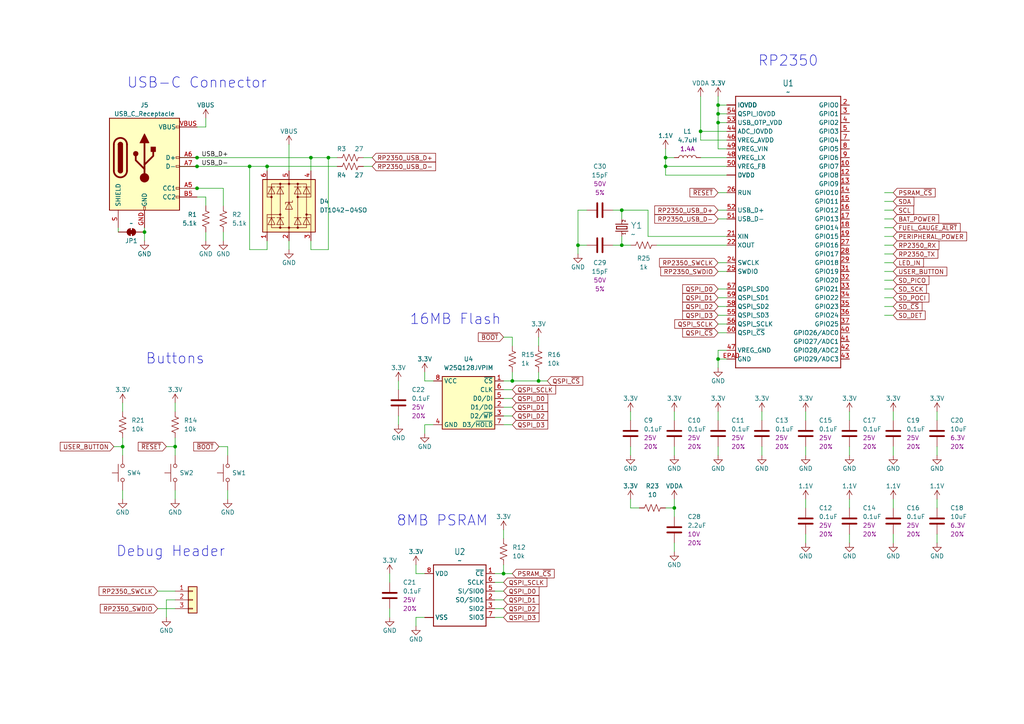
<source format=kicad_sch>
(kicad_sch (version 20231120) (generator "eeschema") (generator_version "8.0")
  (paper "A4")
  (junction (at 203.2 38.1))
  (junction (at 180.34 60.96))
  (junction (at 148.59 110.49))
  (junction (at 41.91 67.31))
  (junction (at 156.21 110.49))
  (junction (at 167.64 71.12))
  (junction (at 195.58 147.32))
  (junction (at 57.15 54.61))
  (junction (at 193.04 45.72))
  (junction (at 208.28 35.56))
  (junction (at 193.04 48.26))
  (junction (at 95.25 45.72))
  (junction (at 35.56 129.54))
  (junction (at 208.28 33.02))
  (junction (at 57.15 48.26))
  (junction (at 146.05 166.37))
  (junction (at 208.28 30.48))
  (junction (at 72.39 48.26))
  (junction (at 57.15 45.72))
  (junction (at 77.47 48.26))
  (junction (at 90.17 45.72))
  (junction (at 50.8 129.54))
  (junction (at 208.28 104.14))
  (junction (at 180.34 71.12))
  (wire (pts (xy 259.08 144.78) (xy 259.08 147.32)))
  (wire (pts (xy 170.18 71.12) (xy 167.64 71.12)))
  (wire (pts (xy 210.82 104.14) (xy 208.28 104.14)))
  (wire (pts (xy 57.15 57.15) (xy 59.69 57.15)))
  (wire (pts (xy 271.78 154.94) (xy 271.78 157.48)))
  (wire (pts (xy 95.25 45.72) (xy 95.25 72.39)))
  (wire (pts (xy 259.08 73.66) (xy 256.54 73.66)))
  (wire (pts (xy 120.65 166.37) (xy 120.65 163.83)))
  (wire (pts (xy 193.04 45.72) (xy 193.04 48.26)))
  (wire (pts (xy 148.59 113.03) (xy 146.05 113.03)))
  (wire (pts (xy 148.59 107.95) (xy 148.59 110.49)))
  (wire (pts (xy 180.34 71.12) (xy 182.88 71.12)))
  (wire (pts (xy 220.98 129.54) (xy 220.98 132.08)))
  (wire (pts (xy 156.21 110.49) (xy 148.59 110.49)))
  (wire (pts (xy 90.17 45.72) (xy 95.25 45.72)))
  (wire (pts (xy 33.02 129.54) (xy 35.56 129.54)))
  (wire (pts (xy 259.08 88.9) (xy 256.54 88.9)))
  (wire (pts (xy 59.69 67.31) (xy 59.69 69.85)))
  (wire (pts (xy 246.38 144.78) (xy 246.38 147.32)))
  (wire (pts (xy 208.28 91.44) (xy 210.82 91.44)))
  (wire (pts (xy 195.58 147.32) (xy 195.58 149.86)))
  (wire (pts (xy 210.82 50.8) (xy 193.04 50.8)))
  (wire (pts (xy 208.28 33.02) (xy 208.28 30.48)))
  (wire (pts (xy 259.08 154.94) (xy 259.08 157.48)))
  (wire (pts (xy 107.95 48.26) (xy 105.41 48.26)))
  (wire (pts (xy 35.56 144.78) (xy 35.56 142.24)))
  (wire (pts (xy 77.47 48.26) (xy 97.79 48.26)))
  (wire (pts (xy 52.07 45.72) (xy 57.15 45.72)))
  (wire (pts (xy 208.28 93.98) (xy 210.82 93.98)))
  (wire (pts (xy 271.78 144.78) (xy 271.78 147.32)))
  (wire (pts (xy 208.28 60.96) (xy 210.82 60.96)))
  (wire (pts (xy 59.69 36.83) (xy 59.69 34.29)))
  (wire (pts (xy 83.82 41.91) (xy 83.82 49.53)))
  (wire (pts (xy 148.59 120.65) (xy 146.05 120.65)))
  (wire (pts (xy 146.05 168.91) (xy 143.51 168.91)))
  (wire (pts (xy 146.05 153.67) (xy 146.05 156.21)))
  (wire (pts (xy 208.28 86.36) (xy 210.82 86.36)))
  (wire (pts (xy 57.15 36.83) (xy 59.69 36.83)))
  (wire (pts (xy 210.82 30.48) (xy 208.28 30.48)))
  (wire (pts (xy 259.08 71.12) (xy 256.54 71.12)))
  (wire (pts (xy 180.34 68.58) (xy 180.34 71.12)))
  (wire (pts (xy 146.05 176.53) (xy 143.51 176.53)))
  (wire (pts (xy 182.88 147.32) (xy 182.88 144.78)))
  (wire (pts (xy 259.08 76.2) (xy 256.54 76.2)))
  (wire (pts (xy 113.03 166.37) (xy 113.03 168.91)))
  (wire (pts (xy 148.59 110.49) (xy 146.05 110.49)))
  (wire (pts (xy 259.08 81.28) (xy 256.54 81.28)))
  (wire (pts (xy 187.96 68.58) (xy 187.96 60.96)))
  (wire (pts (xy 259.08 58.42) (xy 256.54 58.42)))
  (wire (pts (xy 208.28 76.2) (xy 210.82 76.2)))
  (wire (pts (xy 208.28 35.56) (xy 208.28 33.02)))
  (wire (pts (xy 193.04 48.26) (xy 210.82 48.26)))
  (wire (pts (xy 125.73 110.49) (xy 123.19 110.49)))
  (wire (pts (xy 45.72 171.45) (xy 50.8 171.45)))
  (wire (pts (xy 90.17 72.39) (xy 95.25 72.39)))
  (wire (pts (xy 259.08 66.04) (xy 256.54 66.04)))
  (wire (pts (xy 45.72 176.53) (xy 50.8 176.53)))
  (wire (pts (xy 146.05 166.37) (xy 143.51 166.37)))
  (wire (pts (xy 107.95 45.72) (xy 105.41 45.72)))
  (wire (pts (xy 208.28 101.6) (xy 208.28 104.14)))
  (wire (pts (xy 35.56 129.54) (xy 35.56 132.08)))
  (wire (pts (xy 48.26 129.54) (xy 50.8 129.54)))
  (wire (pts (xy 146.05 179.07) (xy 143.51 179.07)))
  (wire (pts (xy 190.5 71.12) (xy 210.82 71.12)))
  (wire (pts (xy 120.65 179.07) (xy 120.65 181.61)))
  (wire (pts (xy 64.77 67.31) (xy 64.77 69.85)))
  (wire (pts (xy 35.56 116.84) (xy 35.56 119.38)))
  (wire (pts (xy 41.91 66.04) (xy 41.91 67.31)))
  (wire (pts (xy 83.82 69.85) (xy 83.82 72.39)))
  (wire (pts (xy 167.64 71.12) (xy 167.64 73.66)))
  (wire (pts (xy 158.75 110.49) (xy 156.21 110.49)))
  (wire (pts (xy 195.58 45.72) (xy 193.04 45.72)))
  (wire (pts (xy 177.8 60.96) (xy 180.34 60.96)))
  (wire (pts (xy 77.47 69.85) (xy 77.47 72.39)))
  (wire (pts (xy 210.82 40.64) (xy 203.2 40.64)))
  (wire (pts (xy 246.38 129.54) (xy 246.38 132.08)))
  (wire (pts (xy 77.47 72.39) (xy 72.39 72.39)))
  (wire (pts (xy 210.82 101.6) (xy 208.28 101.6)))
  (wire (pts (xy 233.68 144.78) (xy 233.68 147.32)))
  (wire (pts (xy 187.96 60.96) (xy 180.34 60.96)))
  (wire (pts (xy 146.05 173.99) (xy 143.51 173.99)))
  (wire (pts (xy 182.88 129.54) (xy 182.88 132.08)))
  (wire (pts (xy 208.28 55.88) (xy 210.82 55.88)))
  (wire (pts (xy 259.08 68.58) (xy 256.54 68.58)))
  (wire (pts (xy 233.68 154.94) (xy 233.68 157.48)))
  (wire (pts (xy 208.28 30.48) (xy 208.28 27.94)))
  (wire (pts (xy 246.38 154.94) (xy 246.38 157.48)))
  (wire (pts (xy 210.82 43.18) (xy 208.28 43.18)))
  (wire (pts (xy 203.2 45.72) (xy 210.82 45.72)))
  (wire (pts (xy 123.19 110.49) (xy 123.19 107.95)))
  (wire (pts (xy 246.38 119.38) (xy 246.38 121.92)))
  (wire (pts (xy 48.26 173.99) (xy 48.26 179.07)))
  (wire (pts (xy 259.08 129.54) (xy 259.08 132.08)))
  (wire (pts (xy 146.05 97.79) (xy 148.59 97.79)))
  (wire (pts (xy 77.47 48.26) (xy 77.47 49.53)))
  (wire (pts (xy 208.28 88.9) (xy 210.82 88.9)))
  (wire (pts (xy 115.57 110.49) (xy 115.57 113.03)))
  (wire (pts (xy 90.17 72.39) (xy 90.17 69.85)))
  (wire (pts (xy 208.28 119.38) (xy 208.28 121.92)))
  (wire (pts (xy 271.78 129.54) (xy 271.78 132.08)))
  (wire (pts (xy 208.28 104.14) (xy 208.28 106.68)))
  (wire (pts (xy 203.2 40.64) (xy 203.2 38.1)))
  (wire (pts (xy 208.28 96.52) (xy 210.82 96.52)))
  (wire (pts (xy 208.28 78.74) (xy 210.82 78.74)))
  (wire (pts (xy 95.25 45.72) (xy 97.79 45.72)))
  (wire (pts (xy 210.82 68.58) (xy 187.96 68.58)))
  (wire (pts (xy 210.82 33.02) (xy 208.28 33.02)))
  (wire (pts (xy 220.98 119.38) (xy 220.98 121.92)))
  (wire (pts (xy 259.08 60.96) (xy 256.54 60.96)))
  (wire (pts (xy 57.15 45.72) (xy 90.17 45.72)))
  (wire (pts (xy 193.04 43.18) (xy 193.04 45.72)))
  (wire (pts (xy 125.73 123.19) (xy 123.19 123.19)))
  (wire (pts (xy 59.69 57.15) (xy 59.69 59.69)))
  (wire (pts (xy 193.04 147.32) (xy 195.58 147.32)))
  (wire (pts (xy 148.59 118.11) (xy 146.05 118.11)))
  (wire (pts (xy 208.28 129.54) (xy 208.28 132.08)))
  (wire (pts (xy 123.19 179.07) (xy 120.65 179.07)))
  (wire (pts (xy 193.04 50.8) (xy 193.04 48.26)))
  (wire (pts (xy 52.07 48.26) (xy 57.15 48.26)))
  (wire (pts (xy 203.2 38.1) (xy 210.82 38.1)))
  (wire (pts (xy 177.8 71.12) (xy 180.34 71.12)))
  (wire (pts (xy 63.5 129.54) (xy 66.04 129.54)))
  (wire (pts (xy 52.07 54.61) (xy 57.15 54.61)))
  (wire (pts (xy 170.18 60.96) (xy 167.64 60.96)))
  (wire (pts (xy 195.58 129.54) (xy 195.58 132.08)))
  (wire (pts (xy 259.08 91.44) (xy 256.54 91.44)))
  (wire (pts (xy 148.59 166.37) (xy 146.05 166.37)))
  (wire (pts (xy 90.17 45.72) (xy 90.17 49.53)))
  (wire (pts (xy 156.21 97.79) (xy 156.21 100.33)))
  (wire (pts (xy 146.05 163.83) (xy 146.05 166.37)))
  (wire (pts (xy 195.58 157.48) (xy 195.58 160.02)))
  (wire (pts (xy 50.8 129.54) (xy 50.8 132.08)))
  (wire (pts (xy 185.42 147.32) (xy 182.88 147.32)))
  (wire (pts (xy 123.19 166.37) (xy 120.65 166.37)))
  (wire (pts (xy 57.15 54.61) (xy 64.77 54.61)))
  (wire (pts (xy 195.58 144.78) (xy 195.58 147.32)))
  (wire (pts (xy 57.15 48.26) (xy 72.39 48.26)))
  (wire (pts (xy 210.82 35.56) (xy 208.28 35.56)))
  (wire (pts (xy 113.03 176.53) (xy 113.03 179.07)))
  (wire (pts (xy 115.57 120.65) (xy 115.57 123.19)))
  (wire (pts (xy 156.21 107.95) (xy 156.21 110.49)))
  (wire (pts (xy 259.08 55.88) (xy 256.54 55.88)))
  (wire (pts (xy 182.88 119.38) (xy 182.88 121.92)))
  (wire (pts (xy 203.2 38.1) (xy 203.2 27.94)))
  (wire (pts (xy 50.8 142.24) (xy 50.8 144.78)))
  (wire (pts (xy 233.68 119.38) (xy 233.68 121.92)))
  (wire (pts (xy 64.77 54.61) (xy 64.77 59.69)))
  (wire (pts (xy 123.19 123.19) (xy 123.19 125.73)))
  (wire (pts (xy 259.08 119.38) (xy 259.08 121.92)))
  (wire (pts (xy 66.04 129.54) (xy 66.04 132.08)))
  (wire (pts (xy 72.39 48.26) (xy 72.39 72.39)))
  (wire (pts (xy 148.59 115.57) (xy 146.05 115.57)))
  (wire (pts (xy 41.91 67.31) (xy 41.91 69.85)))
  (wire (pts (xy 72.39 48.26) (xy 77.47 48.26)))
  (wire (pts (xy 146.05 171.45) (xy 143.51 171.45)))
  (wire (pts (xy 148.59 123.19) (xy 146.05 123.19)))
  (wire (pts (xy 148.59 97.79) (xy 148.59 100.33)))
  (wire (pts (xy 208.28 83.82) (xy 210.82 83.82)))
  (wire (pts (xy 259.08 86.36) (xy 256.54 86.36)))
  (wire (pts (xy 50.8 173.99) (xy 48.26 173.99)))
  (wire (pts (xy 233.68 129.54) (xy 233.68 132.08)))
  (wire (pts (xy 208.28 43.18) (xy 208.28 35.56)))
  (wire (pts (xy 271.78 119.38) (xy 271.78 121.92)))
  (wire (pts (xy 259.08 78.74) (xy 256.54 78.74)))
  (wire (pts (xy 34.29 66.04) (xy 34.29 67.31)))
  (wire (pts (xy 208.28 63.5) (xy 210.82 63.5)))
  (wire (pts (xy 35.56 127) (xy 35.56 129.54)))
  (wire (pts (xy 50.8 127) (xy 50.8 129.54)))
  (wire (pts (xy 66.04 142.24) (xy 66.04 144.78)))
  (wire (pts (xy 195.58 119.38) (xy 195.58 121.92)))
  (wire (pts (xy 180.34 60.96) (xy 180.34 63.5)))
  (wire (pts (xy 259.08 83.82) (xy 256.54 83.82)))
  (wire (pts (xy 167.64 60.96) (xy 167.64 71.12)))
  (wire (pts (xy 259.08 63.5) (xy 256.54 63.5)))
  (wire (pts (xy 50.8 116.84) (xy 50.8 119.38)))
  (text "16MB Flash" (at 132.08 92.71 0) (effects (font (size 3 3))))
  (text "RP2350" (at 228.6 17.78 0) (effects (font (size 3 3))))
  (text "Buttons" (at 50.8 104.14 0) (effects (font (size 3 3))))
  (text "8MB PSRAM" (at 128.27 151.13 0) (effects (font (size 3 3))))
  (text "USB-C Connector" (at 57.15 24.13 0) (effects (font (size 3 3))))
  (text "Debug Header" (at 49.53 160.02 0) (effects (font (size 3 3))))
  (label "USB_D+" (at 58.42 45.72 0))
  (label "USB_D-" (at 58.42 48.26 0))
  (global_label "~{BOOT}" (shape input) (at 63.5 129.54 180) (property "Intersheetrefs" "${INTERSHEET_REFS}" (effects (hide yes))))
  (global_label "SD_DET" (shape input) (at 259.08 91.44 0) (property "Intersheetrefs" "${INTERSHEET_REFS}" (effects (hide yes))))
  (global_label "RP2350_USB_D-" (shape input) (at 107.95 48.26 0) (property "Intersheetrefs" "${INTERSHEET_REFS}" (effects (hide yes))))
  (global_label "SD_PICO" (shape input) (at 259.08 81.28 0) (property "Intersheetrefs" "${INTERSHEET_REFS}" (effects (hide yes))))
  (global_label "QSPI_D0" (shape input) (at 146.05 171.45 0) (property "Intersheetrefs" "${INTERSHEET_REFS}" (effects (hide yes))))
  (global_label "QSPI_D1" (shape input) (at 208.28 86.36 180) (property "Intersheetrefs" "${INTERSHEET_REFS}" (effects (hide yes))))
  (global_label "QSPI_~{CS}" (shape input) (at 158.75 110.49 0) (property "Intersheetrefs" "${INTERSHEET_REFS}" (effects (hide yes))))
  (global_label "QSPI_D3" (shape input) (at 208.28 91.44 180) (property "Intersheetrefs" "${INTERSHEET_REFS}" (effects (hide yes))))
  (global_label "SD_POCI" (shape input) (at 259.08 86.36 0) (property "Intersheetrefs" "${INTERSHEET_REFS}" (effects (hide yes))))
  (global_label "RP2350_TX" (shape input) (at 259.08 73.66 0) (property "Intersheetrefs" "${INTERSHEET_REFS}" (effects (hide yes))))
  (global_label "QSPI_D2" (shape input) (at 148.59 120.65 0) (property "Intersheetrefs" "${INTERSHEET_REFS}" (effects (hide yes))))
  (global_label "USER_BUTTON" (shape input) (at 33.02 129.54 180) (property "Intersheetrefs" "${INTERSHEET_REFS}" (effects (hide yes))))
  (global_label "BAT_POWER" (shape input) (at 259.08 63.5 0) (property "Intersheetrefs" "${INTERSHEET_REFS}" (effects (hide yes))))
  (global_label "LED_IN" (shape input) (at 259.08 76.2 0) (property "Intersheetrefs" "${INTERSHEET_REFS}" (effects (hide yes))))
  (global_label "RP2350_SWCLK" (shape input) (at 45.72 171.45 180) (property "Intersheetrefs" "${INTERSHEET_REFS}" (effects (hide yes))))
  (global_label "~{RESET}" (shape input) (at 208.28 55.88 180) (property "Intersheetrefs" "${INTERSHEET_REFS}" (effects (hide yes))))
  (global_label "RP2350_SWDIO" (shape input) (at 45.72 176.53 180) (property "Intersheetrefs" "${INTERSHEET_REFS}" (effects (hide yes))))
  (global_label "QSPI_D2" (shape input) (at 146.05 176.53 0) (property "Intersheetrefs" "${INTERSHEET_REFS}" (effects (hide yes))))
  (global_label "QSPI_D1" (shape input) (at 146.05 173.99 0) (property "Intersheetrefs" "${INTERSHEET_REFS}" (effects (hide yes))))
  (global_label "PSRAM_~{CS}" (shape input) (at 148.59 166.37 0) (property "Intersheetrefs" "${INTERSHEET_REFS}" (effects (hide yes))))
  (global_label "PERIPHERAL_POWER" (shape input) (at 259.08 68.58 0) (property "Intersheetrefs" "${INTERSHEET_REFS}" (effects (hide yes))))
  (global_label "QSPI_D0" (shape input) (at 208.28 83.82 180) (property "Intersheetrefs" "${INTERSHEET_REFS}" (effects (hide yes))))
  (global_label "SCL" (shape input) (at 259.08 60.96 0) (property "Intersheetrefs" "${INTERSHEET_REFS}" (effects (hide yes))))
  (global_label "QSPI_SCLK" (shape input) (at 208.28 93.98 180) (property "Intersheetrefs" "${INTERSHEET_REFS}" (effects (hide yes))))
  (global_label "QSPI_D1" (shape input) (at 148.59 118.11 0) (property "Intersheetrefs" "${INTERSHEET_REFS}" (effects (hide yes))))
  (global_label "QSPI_SCLK" (shape input) (at 146.05 168.91 0) (property "Intersheetrefs" "${INTERSHEET_REFS}" (effects (hide yes))))
  (global_label "RP2350_SWDIO" (shape input) (at 208.28 78.74 180) (property "Intersheetrefs" "${INTERSHEET_REFS}" (effects (hide yes))))
  (global_label "QSPI_D3" (shape input) (at 148.59 123.19 0) (property "Intersheetrefs" "${INTERSHEET_REFS}" (effects (hide yes))))
  (global_label "QSPI_D3" (shape input) (at 146.05 179.07 0) (property "Intersheetrefs" "${INTERSHEET_REFS}" (effects (hide yes))))
  (global_label "QSPI_D2" (shape input) (at 208.28 88.9 180) (property "Intersheetrefs" "${INTERSHEET_REFS}" (effects (hide yes))))
  (global_label "QSPI_D0" (shape input) (at 148.59 115.57 0) (property "Intersheetrefs" "${INTERSHEET_REFS}" (effects (hide yes))))
  (global_label "SDA" (shape input) (at 259.08 58.42 0) (property "Intersheetrefs" "${INTERSHEET_REFS}" (effects (hide yes))))
  (global_label "RP2350_USB_D-" (shape input) (at 208.28 63.5 180) (property "Intersheetrefs" "${INTERSHEET_REFS}" (effects (hide yes))))
  (global_label "RP2350_USB_D+" (shape input) (at 208.28 60.96 180) (property "Intersheetrefs" "${INTERSHEET_REFS}" (effects (hide yes))))
  (global_label "SD_~{CS}" (shape input) (at 259.08 88.9 0) (property "Intersheetrefs" "${INTERSHEET_REFS}" (effects (hide yes))))
  (global_label "FUEL_GAUGE_~{ALRT}" (shape input) (at 259.08 66.04 0) (property "Intersheetrefs" "${INTERSHEET_REFS}" (effects (hide yes))))
  (global_label "PSRAM_~{CS}" (shape input) (at 259.08 55.88 0) (property "Intersheetrefs" "${INTERSHEET_REFS}" (effects (hide yes))))
  (global_label "SD_SCK" (shape input) (at 259.08 83.82 0) (property "Intersheetrefs" "${INTERSHEET_REFS}" (effects (hide yes))))
  (global_label "QSPI_SCLK" (shape input) (at 148.59 113.03 0) (property "Intersheetrefs" "${INTERSHEET_REFS}" (effects (hide yes))))
  (global_label "RP2350_USB_D+" (shape input) (at 107.95 45.72 0) (property "Intersheetrefs" "${INTERSHEET_REFS}" (effects (hide yes))))
  (global_label "USER_BUTTON" (shape input) (at 259.08 78.74 0) (property "Intersheetrefs" "${INTERSHEET_REFS}" (effects (hide yes))))
  (global_label "RP2350_SWCLK" (shape input) (at 208.28 76.2 180) (property "Intersheetrefs" "${INTERSHEET_REFS}" (effects (hide yes))))
  (global_label "~{BOOT}" (shape input) (at 146.05 97.79 180) (property "Intersheetrefs" "${INTERSHEET_REFS}" (effects (hide yes))))
  (global_label "RP2350_RX" (shape input) (at 259.08 71.12 0) (property "Intersheetrefs" "${INTERSHEET_REFS}" (effects (hide yes))))
  (global_label "QSPI_~{CS}" (shape input) (at 208.28 96.52 180) (property "Intersheetrefs" "${INTERSHEET_REFS}" (effects (hide yes))))
  (global_label "~{RESET}" (shape input) (at 48.26 129.54 180) (property "Intersheetrefs" "${INTERSHEET_REFS}" (effects (hide yes))))
  (symbol (lib_id "SparkFun-PowerSymbol:3.3V") (at 120.65 163.83 0) (unit 1)
    (property "Reference" "#PWR081" (effects (hide yes)))
    (property "Value" "3.3V" (at 120.65 160.02 0))
    (property "Description" "Power symbol creates a global label with name \"3.3V\"" (effects (hide yes)))
  )
  (symbol (lib_id "SparkFun-IC-Memory:W25Q128JVPIM") (at 135.89 118.11 0) (unit 1)
    (property "Reference" "U4" (at 135.89 104.14 0))
    (property "Value" "W25Q128JVPIM" (at 135.89 106.68 0))
    (property "Footprint" "SparkFun-Semiconductor-Standard:WDFN-8_6x5mm-SkinnyCenterPad" (effects (hide yes)))
    (property "Datasheet" "https://www.winbond.com/resource-files/w25q128jv_dtr%20revc%2003272018%20plus.pdf" (effects (hide yes)))
    (property "Description" "128Mb Serial Flash Memory, Standard/Dual/Quad SPI, 8-WDFN" (effects (hide yes)))
    (property "PROD_ID" "IC-15107" (effects (hide yes)))
  )
  (symbol (lib_id "SparkFun-PowerSymbol:3.3V") (at 35.56 116.84 0) (unit 1)
    (property "Reference" "#PWR0106" (effects (hide yes)))
    (property "Value" "3.3V" (at 35.56 113.03 0))
    (property "Description" "Power symbol creates a global label with name \"3.3V\"" (effects (hide yes)))
  )
  (symbol (lib_id "RP2350A:RP2350A") (at 228.6 68.58 0) (unit 1)
    (property "Reference" "U1" (at 228.6 24.13 0) (effects (font (size 1.778 1.5113))))
    (property "Value" "~" (at 228.6 26.67 0) (effects (font (size 1.778 1.5113))))
    (property "Footprint" "RP2350A:RP2350A" (effects (hide yes)))
  )
  (symbol (lib_id "SparkFun-PowerSymbol:GND") (at 208.28 106.68 0) (unit 1)
    (property "Reference" "#PWR012" (effects (hide yes)))
    (property "Value" "GND" (at 208.28 110.49 0))
    (property "Description" "Power symbol creates a global label with name \"GND\" , ground" (effects (hide yes)))
  )
  (symbol (lib_id "SparkFun-PowerSymbol:GND") (at 259.08 157.48 0) (unit 1)
    (property "Reference" "#PWR066" (effects (hide yes)))
    (property "Value" "GND" (at 259.08 161.29 0))
    (property "Description" "Power symbol creates a global label with name \"GND\" , ground" (effects (hide yes)))
  )
  (symbol (lib_id "SparkFun-Capacitor:0.1uF_0603_25V_20%") (at 220.98 125.73 0) (unit 1)
    (property "Reference" "C13" (at 224.79 121.9199 0) (effects (justify left)))
    (property "Value" "0.1uF" (at 224.79 124.4599 0) (effects (justify left)))
    (property "Footprint" "SparkFun-Capacitor:C_0603_1608Metric" (effects (hide yes)))
    (property "Datasheet" "https://cdn.sparkfun.com/assets/8/a/4/a/5/Kemet_Capacitor_Datasheet.pdf" (effects (hide yes)))
    (property "Description" "Unpolarized capacitor" (effects (hide yes)))
    (property "PROD_ID" "CAP-00810" (effects (hide yes)))
    (property "Voltage" "25V" (at 224.79 126.9999 0) (effects (justify left)))
    (property "Tolerance" "20%" (at 224.79 129.5399 0) (effects (justify left)))
  )
  (symbol (lib_id "SparkFun-PowerSymbol:3.3V") (at 259.08 119.38 0) (unit 1)
    (property "Reference" "#PWR073" (effects (hide yes)))
    (property "Value" "3.3V" (at 259.08 115.57 0))
    (property "Description" "Power symbol creates a global label with name \"3.3V\"" (effects (hide yes)))
  )
  (symbol (lib_id "SparkFun-Resistor:10k_0603") (at 146.05 160.02 90) (unit 1)
    (property "Reference" "R12" (at 148.59 158.7499 90) (effects (justify right)))
    (property "Value" "10k" (at 148.59 161.2899 90) (effects (justify right)))
    (property "Footprint" "SparkFun-Resistor:R_0603_1608Metric" (effects (hide yes)))
    (property "Datasheet" "https://www.vishay.com/docs/20035/dcrcwe3.pdf" (effects (hide yes)))
    (property "Description" "Resistor" (effects (hide yes)))
    (property "PROD_ID" "RES-00824" (effects (hide yes)))
  )
  (symbol (lib_id "SparkFun-Capacitor:0.1uF_0603_25V_20%") (at 233.68 151.13 0) (unit 1)
    (property "Reference" "C12" (at 237.49 147.3199 0) (effects (justify left)))
    (property "Value" "0.1uF" (at 237.49 149.8599 0) (effects (justify left)))
    (property "Footprint" "SparkFun-Capacitor:C_0603_1608Metric" (effects (hide yes)))
    (property "Datasheet" "https://cdn.sparkfun.com/assets/8/a/4/a/5/Kemet_Capacitor_Datasheet.pdf" (effects (hide yes)))
    (property "Description" "Unpolarized capacitor" (effects (hide yes)))
    (property "PROD_ID" "CAP-00810" (effects (hide yes)))
    (property "Voltage" "25V" (at 237.49 152.3999 0) (effects (justify left)))
    (property "Tolerance" "20%" (at 237.49 154.9399 0) (effects (justify left)))
  )
  (symbol (lib_id "SparkFun-PowerSymbol:GND") (at 195.58 132.08 0) (unit 1)
    (property "Reference" "#PWR09" (effects (hide yes)))
    (property "Value" "GND" (at 195.58 135.89 0))
    (property "Description" "Power symbol creates a global label with name \"GND\" , ground" (effects (hide yes)))
  )
  (symbol (lib_id "SparkFun-PowerSymbol:GND") (at 271.78 157.48 0) (unit 1)
    (property "Reference" "#PWR072" (effects (hide yes)))
    (property "Value" "GND" (at 271.78 161.29 0))
    (property "Description" "Power symbol creates a global label with name \"GND\" , ground" (effects (hide yes)))
  )
  (symbol (lib_id "SparkFun-PowerSymbol:3.3V") (at 115.57 110.49 0) (unit 1)
    (property "Reference" "#PWR079" (effects (hide yes)))
    (property "Value" "3.3V" (at 115.57 106.68 0))
    (property "Description" "Power symbol creates a global label with name \"3.3V\"" (effects (hide yes)))
  )
  (symbol (lib_id "SparkFun-PowerSymbol:1.1V") (at 246.38 144.78 0) (unit 1)
    (property "Reference" "#PWR049" (effects (hide yes)))
    (property "Value" "1.1V" (at 246.38 140.97 0))
    (property "Description" "Power symbol creates a global label with name \"1.1V\"" (effects (hide yes)))
  )
  (symbol (lib_id "SparkFun-PowerSymbol:GND") (at 50.8 144.78 0) (unit 1)
    (property "Reference" "#PWR088" (effects (hide yes)))
    (property "Value" "GND" (at 50.8 148.59 0))
    (property "Description" "Power symbol creates a global label with name \"GND\" , ground" (effects (hide yes)))
  )
  (symbol (lib_id "SparkFun-PowerSymbol:VDDA") (at 203.2 27.94 0) (unit 1)
    (property "Reference" "#PWR010" (effects (hide yes)))
    (property "Value" "VDDA" (at 203.2 24.13 0))
    (property "Description" "Power symbol creates a global label with name \"VDDA\"" (effects (hide yes)))
  )
  (symbol (lib_id "SparkFun-PowerSymbol:1.1V") (at 193.04 43.18 0) (unit 1)
    (property "Reference" "#PWR0115" (effects (hide yes)))
    (property "Value" "1.1V" (at 193.04 39.37 0))
    (property "Description" "Power symbol creates a global label with name \"1.1V\"" (effects (hide yes)))
  )
  (symbol (lib_id "SparkFun-Resistor:10_0603") (at 189.23 147.32 0) (unit 1)
    (property "Reference" "R23" (at 189.23 140.97 0))
    (property "Value" "10" (at 189.23 143.51 0))
    (property "Footprint" "SparkFun-Resistor:R_0603_1608Metric" (effects (hide yes)))
    (property "Datasheet" "https://www.vishay.com/docs/20035/dcrcwe3.pdf" (effects (hide yes)))
    (property "Description" "Resistor" (effects (hide yes)))
    (property "PROD_ID" "RES-12581" (effects (hide yes)))
  )
  (symbol (lib_id "SparkFun-Resistor:10k_0603") (at 35.56 123.19 90) (unit 1)
    (property "Reference" "R21" (at 38.1 121.9199 90) (effects (justify right)))
    (property "Value" "10k" (at 38.1 124.4599 90) (effects (justify right)))
    (property "Footprint" "SparkFun-Resistor:R_0603_1608Metric" (effects (hide yes)))
    (property "Datasheet" "https://www.vishay.com/docs/20035/dcrcwe3.pdf" (effects (hide yes)))
    (property "Description" "Resistor" (effects (hide yes)))
    (property "PROD_ID" "RES-00824" (effects (hide yes)))
  )
  (symbol (lib_id "SparkFun-DiscreteSemi:D_TVS_ESD_USB") (at 83.82 58.42 0) (unit 1)
    (property "Reference" "D4" (at 92.71 58.4199 0) (effects (justify left)))
    (property "Value" "DT1042-04SO" (at 92.71 60.9599 0) (effects (justify left)))
    (property "Footprint" "SparkFun-Semiconductor-Standard:SOT23-6" (effects (hide yes)))
    (property "Datasheet" "https://www.diodes.com/assets/Datasheets/DT1042-04SO.pdf" (effects (hide yes)))
    (property "Description" "Very low capacitance ESD protection diode, 4 data-line, SOT-23-6" (effects (hide yes)))
    (property "PROD_ID" "IC-13538" (effects (hide yes)))
  )
  (symbol (lib_id "SparkFun-Switch:SPST_Push_SMD_4.6x2.8mm_h2.5mm") (at 50.8 137.16 90) (unit 1)
    (property "Reference" "SW2" (at 52.07 137.1599 90) (effects (justify right)))
    (property "Value" "SMD_4.6x2.8mm_h2.5mm" (effects (hide yes)))
    (property "Footprint" "SparkFun-Switch:Push_SMD_4.6x2.8mm" (effects (hide yes)))
    (property "Description" "Single Pole Single Throw (SPST) switch" (effects (hide yes)))
    (property "PROD_ID" "SWCH-15606" (effects (hide yes)))
  )
  (symbol (lib_id "SparkFun-Resistor:10k_0603") (at 50.8 123.19 90) (unit 1)
    (property "Reference" "R14" (at 53.34 121.9199 90) (effects (justify right)))
    (property "Value" "10k" (at 53.34 124.4599 90) (effects (justify right)))
    (property "Footprint" "SparkFun-Resistor:R_0603_1608Metric" (effects (hide yes)))
    (property "Datasheet" "https://www.vishay.com/docs/20035/dcrcwe3.pdf" (effects (hide yes)))
    (property "Description" "Resistor" (effects (hide yes)))
    (property "PROD_ID" "RES-00824" (effects (hide yes)))
  )
  (symbol (lib_id "SparkFun-Resistor:1k_0603") (at 148.59 104.14 90) (unit 1)
    (property "Reference" "R15" (at 151.13 102.8699 90) (effects (justify right)))
    (property "Value" "1k" (at 151.13 105.4099 90) (effects (justify right)))
    (property "Footprint" "SparkFun-Resistor:R_0603_1608Metric" (effects (hide yes)))
    (property "Datasheet" "https://www.vishay.com/docs/20035/dcrcwe3.pdf" (effects (hide yes)))
    (property "Description" "Resistor" (effects (hide yes)))
    (property "PROD_ID" "RES-07856" (effects (hide yes)))
  )
  (symbol (lib_id "SparkFun-PowerSymbol:GND") (at 233.68 157.48 0) (unit 1)
    (property "Reference" "#PWR050" (effects (hide yes)))
    (property "Value" "GND" (at 233.68 161.29 0))
    (property "Description" "Power symbol creates a global label with name \"GND\" , ground" (effects (hide yes)))
  )
  (symbol (lib_id "SparkFun-PowerSymbol:3.3V") (at 220.98 119.38 0) (unit 1)
    (property "Reference" "#PWR059" (effects (hide yes)))
    (property "Value" "3.3V" (at 220.98 115.57 0))
    (property "Description" "Power symbol creates a global label with name \"3.3V\"" (effects (hide yes)))
  )
  (symbol (lib_id "SparkFun-Capacitor:0.1uF_0603_25V_20%") (at 195.58 125.73 0) (unit 1)
    (property "Reference" "C10" (at 199.39 121.9199 0) (effects (justify left)))
    (property "Value" "0.1uF" (at 199.39 124.4599 0) (effects (justify left)))
    (property "Footprint" "SparkFun-Capacitor:C_0603_1608Metric" (effects (hide yes)))
    (property "Datasheet" "https://cdn.sparkfun.com/assets/8/a/4/a/5/Kemet_Capacitor_Datasheet.pdf" (effects (hide yes)))
    (property "Description" "Unpolarized capacitor" (effects (hide yes)))
    (property "PROD_ID" "CAP-00810" (effects (hide yes)))
    (property "Voltage" "25V" (at 199.39 126.9999 0) (effects (justify left)))
    (property "Tolerance" "20%" (at 199.39 129.5399 0) (effects (justify left)))
  )
  (symbol (lib_id "SparkFun-PowerSymbol:GND") (at 259.08 132.08 0) (unit 1)
    (property "Reference" "#PWR074" (effects (hide yes)))
    (property "Value" "GND" (at 259.08 135.89 0))
    (property "Description" "Power symbol creates a global label with name \"GND\" , ground" (effects (hide yes)))
  )
  (symbol (lib_id "SparkFun-PowerSymbol:3.3V") (at 271.78 119.38 0) (unit 1)
    (property "Reference" "#PWR075" (effects (hide yes)))
    (property "Value" "3.3V" (at 271.78 115.57 0))
    (property "Description" "Power symbol creates a global label with name \"3.3V\"" (effects (hide yes)))
  )
  (symbol (lib_id "RP2350A:APS6404L-3SQR-ZR") (at 133.35 171.45 0) (unit 1)
    (property "Reference" "U2" (at 133.35 160.02 0) (effects (font (size 1.778 1.5113))))
    (property "Value" "~" (at 133.35 162.56 0) (effects (font (size 1.778 1.5113))))
    (property "Footprint" "RP2350A:APS6404L-3SQR-ZR" (effects (hide yes)))
  )
  (symbol (lib_id "SparkFun-PowerSymbol:VBUS") (at 59.69 34.29 0) (unit 1)
    (property "Reference" "#PWR056" (effects (hide yes)))
    (property "Value" "VBUS" (at 59.69 30.48 0))
    (property "Description" "Power symbol creates a global label with name \"VBUS\"" (effects (hide yes)))
  )
  (symbol (lib_id "SparkFun-Resistor:10k_0603") (at 156.21 104.14 90) (unit 1)
    (property "Reference" "R16" (at 158.75 102.8699 90) (effects (justify right)))
    (property "Value" "10k" (at 158.75 105.4099 90) (effects (justify right)))
    (property "Footprint" "SparkFun-Resistor:R_0603_1608Metric" (effects (hide yes)))
    (property "Datasheet" "https://www.vishay.com/docs/20035/dcrcwe3.pdf" (effects (hide yes)))
    (property "Description" "Resistor" (effects (hide yes)))
    (property "PROD_ID" "RES-00824" (effects (hide yes)))
  )
  (symbol (lib_id "SparkFun-PowerSymbol:3.3V") (at 50.8 116.84 0) (unit 1)
    (property "Reference" "#PWR087" (effects (hide yes)))
    (property "Value" "3.3V" (at 50.8 113.03 0))
    (property "Description" "Power symbol creates a global label with name \"3.3V\"" (effects (hide yes)))
  )
  (symbol (lib_id "SparkFun-PowerSymbol:1.1V") (at 233.68 144.78 0) (unit 1)
    (property "Reference" "#PWR06" (effects (hide yes)))
    (property "Value" "1.1V" (at 233.68 140.97 0))
    (property "Description" "Power symbol creates a global label with name \"1.1V\"" (effects (hide yes)))
  )
  (symbol (lib_id "SparkFun-PowerSymbol:3.3V") (at 113.03 166.37 0) (unit 1)
    (property "Reference" "#PWR077" (effects (hide yes)))
    (property "Value" "3.3V" (at 113.03 162.56 0))
    (property "Description" "Power symbol creates a global label with name \"3.3V\"" (effects (hide yes)))
  )
  (symbol (lib_id "SparkFun-Capacitor:15pF_0603_50V_5%") (at 173.99 60.96 90) (unit 1)
    (property "Reference" "C30" (at 173.99 48.26 90))
    (property "Value" "15pF" (at 173.99 50.8 90))
    (property "Footprint" "SparkFun-Capacitor:C_0603_1608Metric" (effects (hide yes)))
    (property "Datasheet" "https://cdn.sparkfun.com/assets/8/a/4/a/5/Kemet_Capacitor_Datasheet.pdf" (effects (hide yes)))
    (property "Description" "Unpolarized capacitor" (effects (hide yes)))
    (property "PROD_ID" "CAP-07881" (effects (hide yes)))
    (property "Voltage" "50V" (at 173.99 53.34 90))
    (property "Tolerance" "5%" (at 173.99 55.88 90))
  )
  (symbol (lib_id "SparkFun-PowerSymbol:VDDA") (at 195.58 144.78 0) (unit 1)
    (property "Reference" "#PWR0111" (effects (hide yes)))
    (property "Value" "VDDA" (at 195.58 140.97 0))
    (property "Description" "Power symbol creates a global label with name \"VDDA\"" (effects (hide yes)))
  )
  (symbol (lib_id "SparkFun-PowerSymbol:GND") (at 35.56 144.78 0) (unit 1)
    (property "Reference" "#PWR0105" (effects (hide yes)))
    (property "Value" "GND" (at 35.56 148.59 0))
    (property "Description" "Power symbol creates a global label with name \"GND\" , ground" (effects (hide yes)))
  )
  (symbol (lib_id "SparkFun-Switch:SPST_Push_PTH_RA_h7.5mm") (at 35.56 137.16 90) (unit 1)
    (property "Reference" "SW4" (at 36.83 137.1599 90) (effects (justify right)))
    (property "Value" "PTH_RA_h7.5mm" (effects (hide yes)))
    (property "Footprint" "SparkFun-Switch:Push_PTH_RA_8-020_h7.5mm" (effects (hide yes)))
    (property "Description" "Single Pole Single Throw (SPST) switch" (effects (hide yes)))
    (property "PROD_ID" "SWCH-13896" (effects (hide yes)))
    (property "Mfg Part#" "8-020 TS H = 7.5mm" (effects (hide yes)))
  )
  (symbol (lib_id "SparkFun-Capacitor:0.1uF_0603_25V_20%") (at 246.38 151.13 0) (unit 1)
    (property "Reference" "C14" (at 250.19 147.3199 0) (effects (justify left)))
    (property "Value" "0.1uF" (at 250.19 149.8599 0) (effects (justify left)))
    (property "Footprint" "SparkFun-Capacitor:C_0603_1608Metric" (effects (hide yes)))
    (property "Datasheet" "https://cdn.sparkfun.com/assets/8/a/4/a/5/Kemet_Capacitor_Datasheet.pdf" (effects (hide yes)))
    (property "Description" "Unpolarized capacitor" (effects (hide yes)))
    (property "PROD_ID" "CAP-00810" (effects (hide yes)))
    (property "Voltage" "25V" (at 250.19 152.3999 0) (effects (justify left)))
    (property "Tolerance" "20%" (at 250.19 154.9399 0) (effects (justify left)))
  )
  (symbol (lib_id "SparkFun-Resistor:5.1k_0603") (at 59.69 63.5 90) (unit 1)
    (property "Reference" "R1" (at 57.15 62.2299 90) (effects (justify left)))
    (property "Value" "5.1k" (at 57.15 64.7699 90) (effects (justify left)))
    (property "Footprint" "SparkFun-Resistor:R_0603_1608Metric" (effects (hide yes)))
    (property "Datasheet" "https://www.vishay.com/docs/20035/dcrcwe3.pdf" (effects (hide yes)))
    (property "Description" "Resistor" (effects (hide yes)))
    (property "PROD_ID" "RES-12083" (effects (hide yes)))
  )
  (symbol (lib_id "SparkFun-PowerSymbol:3.3V") (at 195.58 119.38 0) (unit 1)
    (property "Reference" "#PWR08" (effects (hide yes)))
    (property "Value" "3.3V" (at 195.58 115.57 0))
    (property "Description" "Power symbol creates a global label with name \"3.3V\"" (effects (hide yes)))
  )
  (symbol (lib_id "SparkFun-PowerSymbol:GND") (at 64.77 69.85 0) (unit 1)
    (property "Reference" "#PWR058" (effects (hide yes)))
    (property "Value" "GND" (at 64.77 73.66 0))
    (property "Description" "Power symbol creates a global label with name \"GND\" , ground" (effects (hide yes)))
  )
  (symbol (lib_id "SparkFun-PowerSymbol:3.3V") (at 182.88 119.38 0) (unit 1)
    (property "Reference" "#PWR02" (effects (hide yes)))
    (property "Value" "3.3V" (at 182.88 115.57 0))
    (property "Description" "Power symbol creates a global label with name \"3.3V\"" (effects (hide yes)))
  )
  (symbol (lib_id "SparkFun-Connector:USB_C_Receptacle") (at 41.91 45.72 0) (unit 1)
    (property "Reference" "J5" (at 41.91 30.48 0))
    (property "Value" "USB_C_Receptacle" (at 41.91 33.02 0))
    (property "Footprint" "SparkFun-Connector:USB-C_16" (effects (hide yes)))
    (property "Datasheet" "https://www.usb.org/sites/default/files/documents/usb_type-c.zip" (effects (hide yes)))
    (property "Description" "USB 2.0-only Type-C Receptacle connector" (effects (hide yes)))
    (property "PROD_ID" "CONN-14122" (effects (hide yes)))
  )
  (symbol (lib_id "SparkFun-PowerSymbol:GND") (at 208.28 132.08 0) (unit 1)
    (property "Reference" "#PWR048" (effects (hide yes)))
    (property "Value" "GND" (at 208.28 135.89 0))
    (property "Description" "Power symbol creates a global label with name \"GND\" , ground" (effects (hide yes)))
  )
  (symbol (lib_id "SparkFun-Resistor:27_0603") (at 101.6 45.72 0) (unit 1)
    (property "Reference" "R3" (at 99.06 43.18 0))
    (property "Value" "27" (at 104.14 43.18 0))
    (property "Footprint" "SparkFun-Resistor:R_0603_1608Metric" (effects (hide yes)))
    (property "Datasheet" "https://www.vishay.com/docs/20035/dcrcwe3.pdf" (effects (hide yes)))
    (property "Description" "Resistor" (effects (hide yes)))
    (property "PROD_ID" "RES-09334" (effects (hide yes)))
  )
  (symbol (lib_id "SparkFun-PowerSymbol:VBUS") (at 83.82 41.91 0) (unit 1)
    (property "Reference" "#PWR067" (effects (hide yes)))
    (property "Value" "VBUS" (at 83.82 38.1 0))
    (property "Description" "Power symbol creates a global label with name \"VBUS\"" (effects (hide yes)))
  )
  (symbol (lib_id "SparkFun-PowerSymbol:3.3V") (at 146.05 153.67 0) (unit 1)
    (property "Reference" "#PWR086" (effects (hide yes)))
    (property "Value" "3.3V" (at 146.05 149.86 0))
    (property "Description" "Power symbol creates a global label with name \"3.3V\"" (effects (hide yes)))
  )
  (symbol (lib_id "SparkFun-Capacitor:0.1uF_0603_25V_20%") (at 246.38 125.73 0) (unit 1)
    (property "Reference" "C17" (at 250.19 121.9199 0) (effects (justify left)))
    (property "Value" "0.1uF" (at 250.19 124.4599 0) (effects (justify left)))
    (property "Footprint" "SparkFun-Capacitor:C_0603_1608Metric" (effects (hide yes)))
    (property "Datasheet" "https://cdn.sparkfun.com/assets/8/a/4/a/5/Kemet_Capacitor_Datasheet.pdf" (effects (hide yes)))
    (property "Description" "Unpolarized capacitor" (effects (hide yes)))
    (property "PROD_ID" "CAP-00810" (effects (hide yes)))
    (property "Voltage" "25V" (at 250.19 126.9999 0) (effects (justify left)))
    (property "Tolerance" "20%" (at 250.19 129.5399 0) (effects (justify left)))
  )
  (symbol (lib_id "SparkFun-PowerSymbol:GND") (at 113.03 179.07 0) (unit 1)
    (property "Reference" "#PWR078" (effects (hide yes)))
    (property "Value" "GND" (at 113.03 182.88 0))
    (property "Description" "Power symbol creates a global label with name \"GND\" , ground" (effects (hide yes)))
  )
  (symbol (lib_id "SparkFun-PowerSymbol:3.3V") (at 123.19 107.95 0) (unit 1)
    (property "Reference" "#PWR083" (effects (hide yes)))
    (property "Value" "3.3V" (at 123.19 104.14 0))
    (property "Description" "Power symbol creates a global label with name \"3.3V\"" (effects (hide yes)))
  )
  (symbol (lib_id "SparkFun-PowerSymbol:GND") (at 182.88 132.08 0) (unit 1)
    (property "Reference" "#PWR05" (effects (hide yes)))
    (property "Value" "GND" (at 182.88 135.89 0))
    (property "Description" "Power symbol creates a global label with name \"GND\" , ground" (effects (hide yes)))
  )
  (symbol (lib_id "SparkFun-Capacitor:0.1uF_0603_25V_20%") (at 259.08 151.13 0) (unit 1)
    (property "Reference" "C16" (at 262.89 147.3199 0) (effects (justify left)))
    (property "Value" "0.1uF" (at 262.89 149.8599 0) (effects (justify left)))
    (property "Footprint" "SparkFun-Capacitor:C_0603_1608Metric" (effects (hide yes)))
    (property "Datasheet" "https://cdn.sparkfun.com/assets/8/a/4/a/5/Kemet_Capacitor_Datasheet.pdf" (effects (hide yes)))
    (property "Description" "Unpolarized capacitor" (effects (hide yes)))
    (property "PROD_ID" "CAP-00810" (effects (hide yes)))
    (property "Voltage" "25V" (at 262.89 152.3999 0) (effects (justify left)))
    (property "Tolerance" "20%" (at 262.89 154.9399 0) (effects (justify left)))
  )
  (symbol (lib_id "SparkFun-PowerSymbol:GND") (at 66.04 144.78 0) (unit 1)
    (property "Reference" "#PWR085" (effects (hide yes)))
    (property "Value" "GND" (at 66.04 148.59 0))
    (property "Description" "Power symbol creates a global label with name \"GND\" , ground" (effects (hide yes)))
  )
  (symbol (lib_id "SparkFun-PowerSymbol:GND") (at 123.19 125.73 0) (unit 1)
    (property "Reference" "#PWR084" (effects (hide yes)))
    (property "Value" "GND" (at 123.19 129.54 0))
    (property "Description" "Power symbol creates a global label with name \"GND\" , ground" (effects (hide yes)))
  )
  (symbol (lib_id "SparkFun-PowerSymbol:1.1V") (at 259.08 144.78 0) (unit 1)
    (property "Reference" "#PWR061" (effects (hide yes)))
    (property "Value" "1.1V" (at 259.08 140.97 0))
    (property "Description" "Power symbol creates a global label with name \"1.1V\"" (effects (hide yes)))
  )
  (symbol (lib_id "SparkFun-Capacitor:2.2uF_0603_10V_20%") (at 195.58 153.67 0) (unit 1)
    (property "Reference" "C28" (at 199.39 149.8599 0) (effects (justify left)))
    (property "Value" "2.2uF" (at 199.39 152.3999 0) (effects (justify left)))
    (property "Footprint" "SparkFun-Capacitor:C_0603_1608Metric" (effects (hide yes)))
    (property "Datasheet" "https://cdn.sparkfun.com/assets/8/a/4/a/5/Kemet_Capacitor_Datasheet.pdf" (effects (hide yes)))
    (property "Description" "Unpolarized capacitor" (effects (hide yes)))
    (property "PROD_ID" "CAP-07888" (effects (hide yes)))
    (property "Voltage" "10V" (at 199.39 154.9399 0) (effects (justify left)))
    (property "Tolerance" "20%" (at 199.39 157.4799 0) (effects (justify left)))
  )
  (symbol (lib_id "SparkFun-PowerSymbol:GND") (at 195.58 160.02 0) (unit 1)
    (property "Reference" "#PWR0113" (effects (hide yes)))
    (property "Value" "GND" (at 195.58 163.83 0))
    (property "Description" "Power symbol creates a global label with name \"GND\" , ground" (effects (hide yes)))
  )
  (symbol (lib_id "SparkFun-Coil:4.7uH_1008_1.4A") (at 199.39 45.72 0) (unit 1)
    (property "Reference" "L1" (at 199.39 38.1 0))
    (property "Value" "4.7uH" (at 199.39 40.64 0))
    (property "Footprint" "SparkFun-Coil:1008_2520Metric" (effects (hide yes)))
    (property "Datasheet" "https://mm.digikey.com/Volume0/opasdata/d220001/medias/docus/38/CIGW252010EH4R7MNE_Spec.pdf" (effects (hide yes)))
    (property "Description" "Inductor" (effects (hide yes)))
    (property "PROD_ID" "NDUC-14880" (effects (hide yes)))
    (property "Current" "1.4A" (at 199.39 43.18 0))
  )
  (symbol (lib_id "SparkFun-Connector:Conn_01x03") (at 55.88 173.99 0) (unit 1)
    (property "Reference" "J1" (effects (hide yes)))
    (property "Value" "Conn_01x03" (effects (hide yes)))
    (property "Footprint" "SparkFun-Connector:1x03" (effects (hide yes)))
    (property "Description" "Generic connector, single row, 01x03, script generated (kicad-library-utils/schlib/autogen/connector/)" (effects (hide yes)))
  )
  (symbol (lib_id "SparkFun-PowerSymbol:GND") (at 59.69 69.85 0) (unit 1)
    (property "Reference" "#PWR057" (effects (hide yes)))
    (property "Value" "GND" (at 59.69 73.66 0))
    (property "Description" "Power symbol creates a global label with name \"GND\" , ground" (effects (hide yes)))
  )
  (symbol (lib_id "SparkFun-Resistor:5.1k_0603") (at 64.77 63.5 90) (unit 1)
    (property "Reference" "R2" (at 67.31 62.2299 90) (effects (justify right)))
    (property "Value" "5.1k" (at 67.31 64.7699 90) (effects (justify right)))
    (property "Footprint" "SparkFun-Resistor:R_0603_1608Metric" (effects (hide yes)))
    (property "Datasheet" "https://www.vishay.com/docs/20035/dcrcwe3.pdf" (effects (hide yes)))
    (property "Description" "Resistor" (effects (hide yes)))
    (property "PROD_ID" "RES-12083" (effects (hide yes)))
  )
  (symbol (lib_id "SparkFun-PowerSymbol:GND") (at 41.91 69.85 0) (unit 1)
    (property "Reference" "#PWR07" (effects (hide yes)))
    (property "Value" "GND" (at 41.91 73.66 0))
    (property "Description" "Power symbol creates a global label with name \"GND\" , ground" (effects (hide yes)))
  )
  (symbol (lib_id "SparkFun-Jumper:SolderJumper_2_Bridged") (at 38.1 67.31 0) (unit 1)
    (property "Reference" "JP1" (at 38.1 69.85 0))
    (property "Value" "~" (at 38.1 64.77 0))
    (property "Footprint" "SparkFun-Jumper:Jumper_2_NC_Trace" (effects (hide yes)))
    (property "Description" "Solder Jumper, 2-pole, closed/bridged" (effects (hide yes)))
  )
  (symbol (lib_id "SparkFun-Capacitor:0.1uF_0603_25V_20%") (at 115.57 116.84 0) (unit 1)
    (property "Reference" "C22" (at 119.38 113.0299 0) (effects (justify left)))
    (property "Value" "0.1uF" (at 119.38 115.5699 0) (effects (justify left)))
    (property "Footprint" "SparkFun-Capacitor:C_0603_1608Metric" (effects (hide yes)))
    (property "Datasheet" "https://cdn.sparkfun.com/assets/8/a/4/a/5/Kemet_Capacitor_Datasheet.pdf" (effects (hide yes)))
    (property "Description" "Unpolarized capacitor" (effects (hide yes)))
    (property "PROD_ID" "CAP-00810" (effects (hide yes)))
    (property "Voltage" "25V" (at 119.38 118.1099 0) (effects (justify left)))
    (property "Tolerance" "20%" (at 119.38 120.6499 0) (effects (justify left)))
  )
  (symbol (lib_id "SparkFun-PowerSymbol:GND") (at 83.82 72.39 0) (unit 1)
    (property "Reference" "#PWR068" (effects (hide yes)))
    (property "Value" "GND" (at 83.82 76.2 0))
    (property "Description" "Power symbol creates a global label with name \"GND\" , ground" (effects (hide yes)))
  )
  (symbol (lib_id "SparkFun-Switch:SPST_Push_SMD_4.6x2.8mm_h2.5mm") (at 66.04 137.16 90) (unit 1)
    (property "Reference" "SW1" (at 67.31 137.1599 90) (effects (justify right)))
    (property "Value" "SMD_4.6x2.8mm_h2.5mm" (effects (hide yes)))
    (property "Footprint" "SparkFun-Switch:Push_SMD_4.6x2.8mm" (effects (hide yes)))
    (property "Description" "Single Pole Single Throw (SPST) switch" (effects (hide yes)))
    (property "PROD_ID" "SWCH-15606" (effects (hide yes)))
  )
  (symbol (lib_id "SparkFun-PowerSymbol:GND") (at 246.38 157.48 0) (unit 1)
    (property "Reference" "#PWR062" (effects (hide yes)))
    (property "Value" "GND" (at 246.38 161.29 0))
    (property "Description" "Power symbol creates a global label with name \"GND\" , ground" (effects (hide yes)))
  )
  (symbol (lib_id "SparkFun-Capacitor:0.1uF_0603_25V_20%") (at 259.08 125.73 0) (unit 1)
    (property "Reference" "C19" (at 262.89 121.9199 0) (effects (justify left)))
    (property "Value" "0.1uF" (at 262.89 124.4599 0) (effects (justify left)))
    (property "Footprint" "SparkFun-Capacitor:C_0603_1608Metric" (effects (hide yes)))
    (property "Datasheet" "https://cdn.sparkfun.com/assets/8/a/4/a/5/Kemet_Capacitor_Datasheet.pdf" (effects (hide yes)))
    (property "Description" "Unpolarized capacitor" (effects (hide yes)))
    (property "PROD_ID" "CAP-00810" (effects (hide yes)))
    (property "Voltage" "25V" (at 262.89 126.9999 0) (effects (justify left)))
    (property "Tolerance" "20%" (at 262.89 129.5399 0) (effects (justify left)))
  )
  (symbol (lib_id "SparkFun-Capacitor:10uF_0603_6.3V_20%") (at 271.78 125.73 0) (unit 1)
    (property "Reference" "C20" (at 275.59 121.9199 0) (effects (justify left)))
    (property "Value" "10uF" (at 275.59 124.4599 0) (effects (justify left)))
    (property "Footprint" "SparkFun-Capacitor:C_0603_1608Metric" (effects (hide yes)))
    (property "Datasheet" "https://cdn.sparkfun.com/assets/8/a/4/a/5/Kemet_Capacitor_Datasheet.pdf" (effects (hide yes)))
    (property "Description" "Unpolarized capacitor" (effects (hide yes)))
    (property "PROD_ID" "CAP-11015" (effects (hide yes)))
    (property "Voltage" "6.3V" (at 275.59 126.9999 0) (effects (justify left)))
    (property "Tolerance" "20%" (at 275.59 129.5399 0) (effects (justify left)))
  )
  (symbol (lib_id "SparkFun-PowerSymbol:GND") (at 246.38 132.08 0) (unit 1)
    (property "Reference" "#PWR070" (effects (hide yes)))
    (property "Value" "GND" (at 246.38 135.89 0))
    (property "Description" "Power symbol creates a global label with name \"GND\" , ground" (effects (hide yes)))
  )
  (symbol (lib_id "SparkFun-PowerSymbol:GND") (at 233.68 132.08 0) (unit 1)
    (property "Reference" "#PWR064" (effects (hide yes)))
    (property "Value" "GND" (at 233.68 135.89 0))
    (property "Description" "Power symbol creates a global label with name \"GND\" , ground" (effects (hide yes)))
  )
  (symbol (lib_id "SparkFun-PowerSymbol:GND") (at 220.98 132.08 0) (unit 1)
    (property "Reference" "#PWR060" (effects (hide yes)))
    (property "Value" "GND" (at 220.98 135.89 0))
    (property "Description" "Power symbol creates a global label with name \"GND\" , ground" (effects (hide yes)))
  )
  (symbol (lib_id "SparkFun-PowerSymbol:GND") (at 271.78 132.08 0) (unit 1)
    (property "Reference" "#PWR076" (effects (hide yes)))
    (property "Value" "GND" (at 271.78 135.89 0))
    (property "Description" "Power symbol creates a global label with name \"GND\" , ground" (effects (hide yes)))
  )
  (symbol (lib_id "SparkFun-Capacitor:0.1uF_0603_25V_20%") (at 208.28 125.73 0) (unit 1)
    (property "Reference" "C11" (at 212.09 121.9199 0) (effects (justify left)))
    (property "Value" "0.1uF" (at 212.09 124.4599 0) (effects (justify left)))
    (property "Footprint" "SparkFun-Capacitor:C_0603_1608Metric" (effects (hide yes)))
    (property "Datasheet" "https://cdn.sparkfun.com/assets/8/a/4/a/5/Kemet_Capacitor_Datasheet.pdf" (effects (hide yes)))
    (property "Description" "Unpolarized capacitor" (effects (hide yes)))
    (property "PROD_ID" "CAP-00810" (effects (hide yes)))
    (property "Voltage" "25V" (at 212.09 126.9999 0) (effects (justify left)))
    (property "Tolerance" "20%" (at 212.09 129.5399 0) (effects (justify left)))
  )
  (symbol (lib_id "SparkFun-Capacitor:0.1uF_0603_25V_20%") (at 113.03 172.72 0) (unit 1)
    (property "Reference" "C21" (at 116.84 168.9099 0) (effects (justify left)))
    (property "Value" "0.1uF" (at 116.84 171.4499 0) (effects (justify left)))
    (property "Footprint" "SparkFun-Capacitor:C_0603_1608Metric" (effects (hide yes)))
    (property "Datasheet" "https://cdn.sparkfun.com/assets/8/a/4/a/5/Kemet_Capacitor_Datasheet.pdf" (effects (hide yes)))
    (property "Description" "Unpolarized capacitor" (effects (hide yes)))
    (property "PROD_ID" "CAP-00810" (effects (hide yes)))
    (property "Voltage" "25V" (at 116.84 173.9899 0) (effects (justify left)))
    (property "Tolerance" "20%" (at 116.84 176.5299 0) (effects (justify left)))
  )
  (symbol (lib_id "SparkFun-PowerSymbol:3.3V") (at 208.28 27.94 0) (unit 1)
    (property "Reference" "#PWR011" (effects (hide yes)))
    (property "Value" "3.3V" (at 208.28 24.13 0))
    (property "Description" "Power symbol creates a global label with name \"3.3V\"" (effects (hide yes)))
  )
  (symbol (lib_id "SparkFun-PowerSymbol:3.3V") (at 208.28 119.38 0) (unit 1)
    (property "Reference" "#PWR013" (effects (hide yes)))
    (property "Value" "3.3V" (at 208.28 115.57 0))
    (property "Description" "Power symbol creates a global label with name \"3.3V\"" (effects (hide yes)))
  )
  (symbol (lib_id "SparkFun-PowerSymbol:GND") (at 115.57 123.19 0) (unit 1)
    (property "Reference" "#PWR080" (effects (hide yes)))
    (property "Value" "GND" (at 115.57 127 0))
    (property "Description" "Power symbol creates a global label with name \"GND\" , ground" (effects (hide yes)))
  )
  (symbol (lib_id "SparkFun-PowerSymbol:3.3V") (at 246.38 119.38 0) (unit 1)
    (property "Reference" "#PWR069" (effects (hide yes)))
    (property "Value" "3.3V" (at 246.38 115.57 0))
    (property "Description" "Power symbol creates a global label with name \"3.3V\"" (effects (hide yes)))
  )
  (symbol (lib_id "SparkFun-Clocks:CRYSTAL-12MHZ") (at 180.34 66.04 90) (unit 1)
    (property "Reference" "Y1" (at 182.88 65.4049 90) (effects (font (size 1.778 1.778)) (justify right)))
    (property "Value" "~" (at 182.88 67.945 90) (effects (font (size 1.778 1.778)) (justify right)))
    (property "Footprint" "SparkFun-Clocks:CRYSTAL-SMD-2X2.5MM" (effects (hide yes)))
    (property "Description" "12.0MHz Crystal\n\n• Frequency: 12.0MHz\n• Frequency Tolerance: &plusmn;20ppm\n• Load Capacitance: 18pF\n\nSparkFun Products:\n\n• SparkFun Logomatic\n• Pocket AVR Programmer" (effects (hide yes)))
  )
  (symbol (lib_id "SparkFun-Capacitor:0.1uF_0603_25V_20%") (at 182.88 125.73 0) (unit 1)
    (property "Reference" "C9" (at 186.69 121.9199 0) (effects (justify left)))
    (property "Value" "0.1uF" (at 186.69 124.4599 0) (effects (justify left)))
    (property "Footprint" "SparkFun-Capacitor:C_0603_1608Metric" (effects (hide yes)))
    (property "Datasheet" "https://cdn.sparkfun.com/assets/8/a/4/a/5/Kemet_Capacitor_Datasheet.pdf" (effects (hide yes)))
    (property "Description" "Unpolarized capacitor" (effects (hide yes)))
    (property "PROD_ID" "CAP-00810" (effects (hide yes)))
    (property "Voltage" "25V" (at 186.69 126.9999 0) (effects (justify left)))
    (property "Tolerance" "20%" (at 186.69 129.5399 0) (effects (justify left)))
  )
  (symbol (lib_id "SparkFun-PowerSymbol:GND") (at 48.26 179.07 0) (unit 1)
    (property "Reference" "#PWR01" (effects (hide yes)))
    (property "Value" "GND" (at 48.26 182.88 0))
    (property "Description" "Power symbol creates a global label with name \"GND\" , ground" (effects (hide yes)))
  )
  (symbol (lib_id "SparkFun-PowerSymbol:3.3V") (at 156.21 97.79 0) (unit 1)
    (property "Reference" "#PWR091" (effects (hide yes)))
    (property "Value" "3.3V" (at 156.21 93.98 0))
    (property "Description" "Power symbol creates a global label with name \"3.3V\"" (effects (hide yes)))
  )
  (symbol (lib_id "SparkFun-Capacitor:10uF_0603_6.3V_20%") (at 271.78 151.13 0) (unit 1)
    (property "Reference" "C18" (at 275.59 147.3199 0) (effects (justify left)))
    (property "Value" "10uF" (at 275.59 149.8599 0) (effects (justify left)))
    (property "Footprint" "SparkFun-Capacitor:C_0603_1608Metric" (effects (hide yes)))
    (property "Datasheet" "https://cdn.sparkfun.com/assets/8/a/4/a/5/Kemet_Capacitor_Datasheet.pdf" (effects (hide yes)))
    (property "Description" "Unpolarized capacitor" (effects (hide yes)))
    (property "PROD_ID" "CAP-11015" (effects (hide yes)))
    (property "Voltage" "6.3V" (at 275.59 152.3999 0) (effects (justify left)))
    (property "Tolerance" "20%" (at 275.59 154.9399 0) (effects (justify left)))
  )
  (symbol (lib_id "SparkFun-PowerSymbol:GND") (at 167.64 73.66 0) (unit 1)
    (property "Reference" "#PWR071" (effects (hide yes)))
    (property "Value" "GND" (at 167.64 77.47 0))
    (property "Description" "Power symbol creates a global label with name \"GND\" , ground" (effects (hide yes)))
  )
  (symbol (lib_id "SparkFun-Resistor:27_0603") (at 101.6 48.26 0) (unit 1)
    (property "Reference" "R4" (at 99.06 50.8 0))
    (property "Value" "27" (at 104.14 50.8 0))
    (property "Footprint" "SparkFun-Resistor:R_0603_1608Metric" (effects (hide yes)))
    (property "Datasheet" "https://www.vishay.com/docs/20035/dcrcwe3.pdf" (effects (hide yes)))
    (property "Description" "Resistor" (effects (hide yes)))
    (property "PROD_ID" "RES-09334" (effects (hide yes)))
  )
  (symbol (lib_id "SparkFun-Capacitor:15pF_0603_50V_5%") (at 173.99 71.12 90) (unit 1)
    (property "Reference" "C29" (at 173.99 76.2 90))
    (property "Value" "15pF" (at 173.99 78.74 90))
    (property "Footprint" "SparkFun-Capacitor:C_0603_1608Metric" (effects (hide yes)))
    (property "Datasheet" "https://cdn.sparkfun.com/assets/8/a/4/a/5/Kemet_Capacitor_Datasheet.pdf" (effects (hide yes)))
    (property "Description" "Unpolarized capacitor" (effects (hide yes)))
    (property "PROD_ID" "CAP-07881" (effects (hide yes)))
    (property "Voltage" "50V" (at 173.99 81.28 90))
    (property "Tolerance" "5%" (at 173.99 83.82 90))
  )
  (symbol (lib_id "SparkFun-PowerSymbol:3.3V") (at 233.68 119.38 0) (unit 1)
    (property "Reference" "#PWR063" (effects (hide yes)))
    (property "Value" "3.3V" (at 233.68 115.57 0))
    (property "Description" "Power symbol creates a global label with name \"3.3V\"" (effects (hide yes)))
  )
  (symbol (lib_id "SparkFun-PowerSymbol:GND") (at 120.65 181.61 0) (unit 1)
    (property "Reference" "#PWR082" (effects (hide yes)))
    (property "Value" "GND" (at 120.65 185.42 0))
    (property "Description" "Power symbol creates a global label with name \"GND\" , ground" (effects (hide yes)))
  )
  (symbol (lib_id "SparkFun-Capacitor:0.1uF_0603_25V_20%") (at 233.68 125.73 0) (unit 1)
    (property "Reference" "C15" (at 237.49 121.9199 0) (effects (justify left)))
    (property "Value" "0.1uF" (at 237.49 124.4599 0) (effects (justify left)))
    (property "Footprint" "SparkFun-Capacitor:C_0603_1608Metric" (effects (hide yes)))
    (property "Datasheet" "https://cdn.sparkfun.com/assets/8/a/4/a/5/Kemet_Capacitor_Datasheet.pdf" (effects (hide yes)))
    (property "Description" "Unpolarized capacitor" (effects (hide yes)))
    (property "PROD_ID" "CAP-00810" (effects (hide yes)))
    (property "Voltage" "25V" (at 237.49 126.9999 0) (effects (justify left)))
    (property "Tolerance" "20%" (at 237.49 129.5399 0) (effects (justify left)))
  )
  (symbol (lib_id "SparkFun-PowerSymbol:1.1V") (at 271.78 144.78 0) (unit 1)
    (property "Reference" "#PWR065" (effects (hide yes)))
    (property "Value" "1.1V" (at 271.78 140.97 0))
    (property "Description" "Power symbol creates a global label with name \"1.1V\"" (effects (hide yes)))
  )
  (symbol (lib_id "SparkFun-PowerSymbol:3.3V") (at 182.88 144.78 0) (unit 1)
    (property "Reference" "#PWR0112" (effects (hide yes)))
    (property "Value" "3.3V" (at 182.88 140.97 0))
    (property "Description" "Power symbol creates a global label with name \"3.3V\"" (effects (hide yes)))
  )
  (symbol (lib_id "SparkFun-Resistor:1k_0603") (at 186.69 71.12 0) (unit 1)
    (property "Reference" "R25" (at 186.69 74.93 0))
    (property "Value" "1k" (at 186.69 77.47 0))
    (property "Footprint" "SparkFun-Resistor:R_0603_1608Metric" (effects (hide yes)))
    (property "Datasheet" "https://www.vishay.com/docs/20035/dcrcwe3.pdf" (effects (hide yes)))
    (property "Description" "Resistor" (effects (hide yes)))
    (property "PROD_ID" "RES-07856" (effects (hide yes)))
  )
)
</source>
